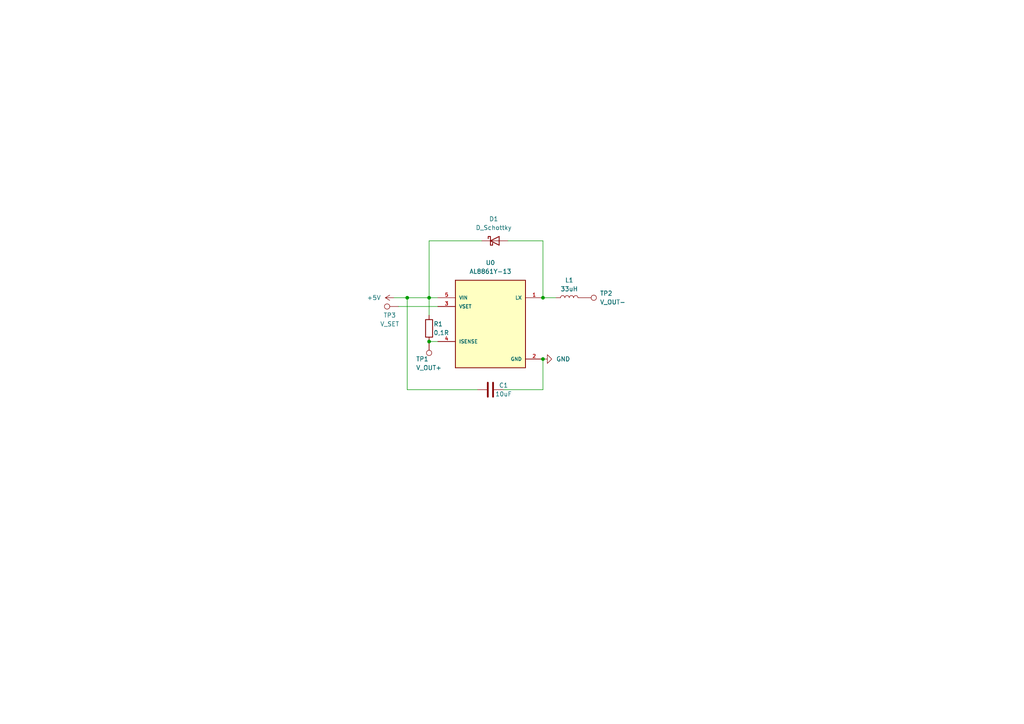
<source format=kicad_sch>
(kicad_sch (version 20211123) (generator eeschema)

  (uuid 760825cf-b609-4400-94e4-14e906fa05e0)

  (paper "A4")

  (lib_symbols
    (symbol "AL8861Y-13:AL8861Y-13" (pin_names (offset 1.016)) (in_bom yes) (on_board yes)
      (property "Reference" "U" (id 0) (at -10.16 12.7 0)
        (effects (font (size 1.27 1.27)) (justify left bottom))
      )
      (property "Value" "AL8861Y-13" (id 1) (at -10.16 -15.24 0)
        (effects (font (size 1.27 1.27)) (justify left bottom))
      )
      (property "Footprint" "CONV_AL8861Y-13" (id 2) (at 0 0 0)
        (effects (font (size 1.27 1.27)) (justify left bottom) hide)
      )
      (property "Datasheet" "" (id 3) (at 0 0 0)
        (effects (font (size 1.27 1.27)) (justify left bottom) hide)
      )
      (property "STANDARD" "Manufacturer Recommendations" (id 4) (at 0 0 0)
        (effects (font (size 1.27 1.27)) (justify left bottom) hide)
      )
      (property "PARTREV" "3-2" (id 5) (at 0 0 0)
        (effects (font (size 1.27 1.27)) (justify left bottom) hide)
      )
      (property "MANUFACTURER" "DIODES INCORPORATED" (id 6) (at 0 0 0)
        (effects (font (size 1.27 1.27)) (justify left bottom) hide)
      )
      (property "ki_locked" "" (id 7) (at 0 0 0)
        (effects (font (size 1.27 1.27)))
      )
      (symbol "AL8861Y-13_0_0"
        (rectangle (start -10.16 -12.7) (end 10.16 12.7)
          (stroke (width 0.254) (type default) (color 0 0 0 0))
          (fill (type background))
        )
        (pin output line (at 15.24 7.62 180) (length 5.08)
          (name "LX" (effects (font (size 1.016 1.016))))
          (number "1" (effects (font (size 1.016 1.016))))
        )
        (pin power_in line (at 15.24 -10.16 180) (length 5.08)
          (name "GND" (effects (font (size 1.016 1.016))))
          (number "2" (effects (font (size 1.016 1.016))))
        )
        (pin input line (at -15.24 5.08 0) (length 5.08)
          (name "VSET" (effects (font (size 1.016 1.016))))
          (number "3" (effects (font (size 1.016 1.016))))
        )
        (pin passive line (at -15.24 -5.08 0) (length 5.08)
          (name "ISENSE" (effects (font (size 1.016 1.016))))
          (number "4" (effects (font (size 1.016 1.016))))
        )
        (pin input line (at -15.24 7.62 0) (length 5.08)
          (name "VIN" (effects (font (size 1.016 1.016))))
          (number "5" (effects (font (size 1.016 1.016))))
        )
      )
    )
    (symbol "Connector:TestPoint" (pin_numbers hide) (pin_names (offset 0.762) hide) (in_bom yes) (on_board yes)
      (property "Reference" "TP" (id 0) (at 0 6.858 0)
        (effects (font (size 1.27 1.27)))
      )
      (property "Value" "TestPoint" (id 1) (at 0 5.08 0)
        (effects (font (size 1.27 1.27)))
      )
      (property "Footprint" "" (id 2) (at 5.08 0 0)
        (effects (font (size 1.27 1.27)) hide)
      )
      (property "Datasheet" "~" (id 3) (at 5.08 0 0)
        (effects (font (size 1.27 1.27)) hide)
      )
      (property "ki_keywords" "test point tp" (id 4) (at 0 0 0)
        (effects (font (size 1.27 1.27)) hide)
      )
      (property "ki_description" "test point" (id 5) (at 0 0 0)
        (effects (font (size 1.27 1.27)) hide)
      )
      (property "ki_fp_filters" "Pin* Test*" (id 6) (at 0 0 0)
        (effects (font (size 1.27 1.27)) hide)
      )
      (symbol "TestPoint_0_1"
        (circle (center 0 3.302) (radius 0.762)
          (stroke (width 0) (type default) (color 0 0 0 0))
          (fill (type none))
        )
      )
      (symbol "TestPoint_1_1"
        (pin passive line (at 0 0 90) (length 2.54)
          (name "1" (effects (font (size 1.27 1.27))))
          (number "1" (effects (font (size 1.27 1.27))))
        )
      )
    )
    (symbol "Device:C" (pin_numbers hide) (pin_names (offset 0.254)) (in_bom yes) (on_board yes)
      (property "Reference" "C" (id 0) (at 0.635 2.54 0)
        (effects (font (size 1.27 1.27)) (justify left))
      )
      (property "Value" "C" (id 1) (at 0.635 -2.54 0)
        (effects (font (size 1.27 1.27)) (justify left))
      )
      (property "Footprint" "" (id 2) (at 0.9652 -3.81 0)
        (effects (font (size 1.27 1.27)) hide)
      )
      (property "Datasheet" "~" (id 3) (at 0 0 0)
        (effects (font (size 1.27 1.27)) hide)
      )
      (property "ki_keywords" "cap capacitor" (id 4) (at 0 0 0)
        (effects (font (size 1.27 1.27)) hide)
      )
      (property "ki_description" "Unpolarized capacitor" (id 5) (at 0 0 0)
        (effects (font (size 1.27 1.27)) hide)
      )
      (property "ki_fp_filters" "C_*" (id 6) (at 0 0 0)
        (effects (font (size 1.27 1.27)) hide)
      )
      (symbol "C_0_1"
        (polyline
          (pts
            (xy -2.032 -0.762)
            (xy 2.032 -0.762)
          )
          (stroke (width 0.508) (type default) (color 0 0 0 0))
          (fill (type none))
        )
        (polyline
          (pts
            (xy -2.032 0.762)
            (xy 2.032 0.762)
          )
          (stroke (width 0.508) (type default) (color 0 0 0 0))
          (fill (type none))
        )
      )
      (symbol "C_1_1"
        (pin passive line (at 0 3.81 270) (length 2.794)
          (name "~" (effects (font (size 1.27 1.27))))
          (number "1" (effects (font (size 1.27 1.27))))
        )
        (pin passive line (at 0 -3.81 90) (length 2.794)
          (name "~" (effects (font (size 1.27 1.27))))
          (number "2" (effects (font (size 1.27 1.27))))
        )
      )
    )
    (symbol "Device:D_Schottky" (pin_numbers hide) (pin_names (offset 1.016) hide) (in_bom yes) (on_board yes)
      (property "Reference" "D" (id 0) (at 0 2.54 0)
        (effects (font (size 1.27 1.27)))
      )
      (property "Value" "D_Schottky" (id 1) (at 0 -2.54 0)
        (effects (font (size 1.27 1.27)))
      )
      (property "Footprint" "" (id 2) (at 0 0 0)
        (effects (font (size 1.27 1.27)) hide)
      )
      (property "Datasheet" "~" (id 3) (at 0 0 0)
        (effects (font (size 1.27 1.27)) hide)
      )
      (property "ki_keywords" "diode Schottky" (id 4) (at 0 0 0)
        (effects (font (size 1.27 1.27)) hide)
      )
      (property "ki_description" "Schottky diode" (id 5) (at 0 0 0)
        (effects (font (size 1.27 1.27)) hide)
      )
      (property "ki_fp_filters" "TO-???* *_Diode_* *SingleDiode* D_*" (id 6) (at 0 0 0)
        (effects (font (size 1.27 1.27)) hide)
      )
      (symbol "D_Schottky_0_1"
        (polyline
          (pts
            (xy 1.27 0)
            (xy -1.27 0)
          )
          (stroke (width 0) (type default) (color 0 0 0 0))
          (fill (type none))
        )
        (polyline
          (pts
            (xy 1.27 1.27)
            (xy 1.27 -1.27)
            (xy -1.27 0)
            (xy 1.27 1.27)
          )
          (stroke (width 0.254) (type default) (color 0 0 0 0))
          (fill (type none))
        )
        (polyline
          (pts
            (xy -1.905 0.635)
            (xy -1.905 1.27)
            (xy -1.27 1.27)
            (xy -1.27 -1.27)
            (xy -0.635 -1.27)
            (xy -0.635 -0.635)
          )
          (stroke (width 0.254) (type default) (color 0 0 0 0))
          (fill (type none))
        )
      )
      (symbol "D_Schottky_1_1"
        (pin passive line (at -3.81 0 0) (length 2.54)
          (name "K" (effects (font (size 1.27 1.27))))
          (number "1" (effects (font (size 1.27 1.27))))
        )
        (pin passive line (at 3.81 0 180) (length 2.54)
          (name "A" (effects (font (size 1.27 1.27))))
          (number "2" (effects (font (size 1.27 1.27))))
        )
      )
    )
    (symbol "Device:L" (pin_numbers hide) (pin_names (offset 1.016) hide) (in_bom yes) (on_board yes)
      (property "Reference" "L" (id 0) (at -1.27 0 90)
        (effects (font (size 1.27 1.27)))
      )
      (property "Value" "L" (id 1) (at 1.905 0 90)
        (effects (font (size 1.27 1.27)))
      )
      (property "Footprint" "" (id 2) (at 0 0 0)
        (effects (font (size 1.27 1.27)) hide)
      )
      (property "Datasheet" "~" (id 3) (at 0 0 0)
        (effects (font (size 1.27 1.27)) hide)
      )
      (property "ki_keywords" "inductor choke coil reactor magnetic" (id 4) (at 0 0 0)
        (effects (font (size 1.27 1.27)) hide)
      )
      (property "ki_description" "Inductor" (id 5) (at 0 0 0)
        (effects (font (size 1.27 1.27)) hide)
      )
      (property "ki_fp_filters" "Choke_* *Coil* Inductor_* L_*" (id 6) (at 0 0 0)
        (effects (font (size 1.27 1.27)) hide)
      )
      (symbol "L_0_1"
        (arc (start 0 -2.54) (mid 0.635 -1.905) (end 0 -1.27)
          (stroke (width 0) (type default) (color 0 0 0 0))
          (fill (type none))
        )
        (arc (start 0 -1.27) (mid 0.635 -0.635) (end 0 0)
          (stroke (width 0) (type default) (color 0 0 0 0))
          (fill (type none))
        )
        (arc (start 0 0) (mid 0.635 0.635) (end 0 1.27)
          (stroke (width 0) (type default) (color 0 0 0 0))
          (fill (type none))
        )
        (arc (start 0 1.27) (mid 0.635 1.905) (end 0 2.54)
          (stroke (width 0) (type default) (color 0 0 0 0))
          (fill (type none))
        )
      )
      (symbol "L_1_1"
        (pin passive line (at 0 3.81 270) (length 1.27)
          (name "1" (effects (font (size 1.27 1.27))))
          (number "1" (effects (font (size 1.27 1.27))))
        )
        (pin passive line (at 0 -3.81 90) (length 1.27)
          (name "2" (effects (font (size 1.27 1.27))))
          (number "2" (effects (font (size 1.27 1.27))))
        )
      )
    )
    (symbol "Device:R" (pin_numbers hide) (pin_names (offset 0)) (in_bom yes) (on_board yes)
      (property "Reference" "R" (id 0) (at 2.032 0 90)
        (effects (font (size 1.27 1.27)))
      )
      (property "Value" "R" (id 1) (at 0 0 90)
        (effects (font (size 1.27 1.27)))
      )
      (property "Footprint" "" (id 2) (at -1.778 0 90)
        (effects (font (size 1.27 1.27)) hide)
      )
      (property "Datasheet" "~" (id 3) (at 0 0 0)
        (effects (font (size 1.27 1.27)) hide)
      )
      (property "ki_keywords" "R res resistor" (id 4) (at 0 0 0)
        (effects (font (size 1.27 1.27)) hide)
      )
      (property "ki_description" "Resistor" (id 5) (at 0 0 0)
        (effects (font (size 1.27 1.27)) hide)
      )
      (property "ki_fp_filters" "R_*" (id 6) (at 0 0 0)
        (effects (font (size 1.27 1.27)) hide)
      )
      (symbol "R_0_1"
        (rectangle (start -1.016 -2.54) (end 1.016 2.54)
          (stroke (width 0.254) (type default) (color 0 0 0 0))
          (fill (type none))
        )
      )
      (symbol "R_1_1"
        (pin passive line (at 0 3.81 270) (length 1.27)
          (name "~" (effects (font (size 1.27 1.27))))
          (number "1" (effects (font (size 1.27 1.27))))
        )
        (pin passive line (at 0 -3.81 90) (length 1.27)
          (name "~" (effects (font (size 1.27 1.27))))
          (number "2" (effects (font (size 1.27 1.27))))
        )
      )
    )
    (symbol "power:+5V" (power) (pin_names (offset 0)) (in_bom yes) (on_board yes)
      (property "Reference" "#PWR" (id 0) (at 0 -3.81 0)
        (effects (font (size 1.27 1.27)) hide)
      )
      (property "Value" "+5V" (id 1) (at 0 3.556 0)
        (effects (font (size 1.27 1.27)))
      )
      (property "Footprint" "" (id 2) (at 0 0 0)
        (effects (font (size 1.27 1.27)) hide)
      )
      (property "Datasheet" "" (id 3) (at 0 0 0)
        (effects (font (size 1.27 1.27)) hide)
      )
      (property "ki_keywords" "power-flag" (id 4) (at 0 0 0)
        (effects (font (size 1.27 1.27)) hide)
      )
      (property "ki_description" "Power symbol creates a global label with name \"+5V\"" (id 5) (at 0 0 0)
        (effects (font (size 1.27 1.27)) hide)
      )
      (symbol "+5V_0_1"
        (polyline
          (pts
            (xy -0.762 1.27)
            (xy 0 2.54)
          )
          (stroke (width 0) (type default) (color 0 0 0 0))
          (fill (type none))
        )
        (polyline
          (pts
            (xy 0 0)
            (xy 0 2.54)
          )
          (stroke (width 0) (type default) (color 0 0 0 0))
          (fill (type none))
        )
        (polyline
          (pts
            (xy 0 2.54)
            (xy 0.762 1.27)
          )
          (stroke (width 0) (type default) (color 0 0 0 0))
          (fill (type none))
        )
      )
      (symbol "+5V_1_1"
        (pin power_in line (at 0 0 90) (length 0) hide
          (name "+5V" (effects (font (size 1.27 1.27))))
          (number "1" (effects (font (size 1.27 1.27))))
        )
      )
    )
    (symbol "power:GND" (power) (pin_names (offset 0)) (in_bom yes) (on_board yes)
      (property "Reference" "#PWR" (id 0) (at 0 -6.35 0)
        (effects (font (size 1.27 1.27)) hide)
      )
      (property "Value" "GND" (id 1) (at 0 -3.81 0)
        (effects (font (size 1.27 1.27)))
      )
      (property "Footprint" "" (id 2) (at 0 0 0)
        (effects (font (size 1.27 1.27)) hide)
      )
      (property "Datasheet" "" (id 3) (at 0 0 0)
        (effects (font (size 1.27 1.27)) hide)
      )
      (property "ki_keywords" "power-flag" (id 4) (at 0 0 0)
        (effects (font (size 1.27 1.27)) hide)
      )
      (property "ki_description" "Power symbol creates a global label with name \"GND\" , ground" (id 5) (at 0 0 0)
        (effects (font (size 1.27 1.27)) hide)
      )
      (symbol "GND_0_1"
        (polyline
          (pts
            (xy 0 0)
            (xy 0 -1.27)
            (xy 1.27 -1.27)
            (xy 0 -2.54)
            (xy -1.27 -1.27)
            (xy 0 -1.27)
          )
          (stroke (width 0) (type default) (color 0 0 0 0))
          (fill (type none))
        )
      )
      (symbol "GND_1_1"
        (pin power_in line (at 0 0 270) (length 0) hide
          (name "GND" (effects (font (size 1.27 1.27))))
          (number "1" (effects (font (size 1.27 1.27))))
        )
      )
    )
  )

  (junction (at 118.11 86.36) (diameter 0) (color 0 0 0 0)
    (uuid 303ae4d6-a11f-4104-9a10-0a8f06400dec)
  )
  (junction (at 124.46 86.36) (diameter 0) (color 0 0 0 0)
    (uuid 489b327b-34ff-4564-9471-39d5edec159b)
  )
  (junction (at 157.48 86.36) (diameter 0) (color 0 0 0 0)
    (uuid 4fb64921-e36b-41b5-a6cb-97f1148cdfb8)
  )
  (junction (at 124.46 99.06) (diameter 0) (color 0 0 0 0)
    (uuid 7cc4b523-c368-42a9-b490-f95b5b70b594)
  )
  (junction (at 157.48 104.14) (diameter 0) (color 0 0 0 0)
    (uuid ab29c88f-3d37-426f-8f07-8a1d0b428889)
  )

  (wire (pts (xy 124.46 69.85) (xy 124.46 86.36))
    (stroke (width 0) (type default) (color 0 0 0 0))
    (uuid 21a9a5eb-7e0d-4576-94d2-1d1f2a0b122a)
  )
  (wire (pts (xy 138.43 113.03) (xy 118.11 113.03))
    (stroke (width 0) (type default) (color 0 0 0 0))
    (uuid 24ab84cc-cf47-4fb3-a2bd-02a16ba45377)
  )
  (wire (pts (xy 115.57 88.9) (xy 127 88.9))
    (stroke (width 0) (type default) (color 0 0 0 0))
    (uuid 265acbef-16be-44c1-8d86-91a24aec170f)
  )
  (wire (pts (xy 124.46 99.06) (xy 127 99.06))
    (stroke (width 0) (type default) (color 0 0 0 0))
    (uuid 29817d99-b275-401f-bc8c-1ef2e3d1fa92)
  )
  (wire (pts (xy 118.11 113.03) (xy 118.11 86.36))
    (stroke (width 0) (type default) (color 0 0 0 0))
    (uuid 2e96cd30-2d54-4166-a5b3-9e2748d19b90)
  )
  (wire (pts (xy 124.46 86.36) (xy 127 86.36))
    (stroke (width 0) (type default) (color 0 0 0 0))
    (uuid 3d6b13ed-d594-467c-920e-eed4102eb6f3)
  )
  (wire (pts (xy 161.29 86.36) (xy 157.48 86.36))
    (stroke (width 0) (type default) (color 0 0 0 0))
    (uuid 51dc8d73-97eb-4aaf-94ea-b2f16eb8a346)
  )
  (wire (pts (xy 124.46 86.36) (xy 124.46 91.44))
    (stroke (width 0) (type default) (color 0 0 0 0))
    (uuid 8a3030ad-c415-461a-b90d-1a560fb441fa)
  )
  (wire (pts (xy 139.7 69.85) (xy 124.46 69.85))
    (stroke (width 0) (type default) (color 0 0 0 0))
    (uuid 8b450470-8b47-41ec-82eb-7b7617eb6b15)
  )
  (wire (pts (xy 157.48 104.14) (xy 157.48 113.03))
    (stroke (width 0) (type default) (color 0 0 0 0))
    (uuid 9e330da2-afcc-46ad-821e-2e788fd7fede)
  )
  (wire (pts (xy 157.48 69.85) (xy 147.32 69.85))
    (stroke (width 0) (type default) (color 0 0 0 0))
    (uuid a03f2713-eca3-41ec-bf8e-41cb0fa37e20)
  )
  (wire (pts (xy 157.48 86.36) (xy 157.48 69.85))
    (stroke (width 0) (type default) (color 0 0 0 0))
    (uuid d570ba0b-eb04-4ba4-b1f1-5cc63c3c9140)
  )
  (wire (pts (xy 157.48 113.03) (xy 146.05 113.03))
    (stroke (width 0) (type default) (color 0 0 0 0))
    (uuid daa2422d-4903-4b87-80ec-9e137be66d0b)
  )
  (wire (pts (xy 118.11 86.36) (xy 124.46 86.36))
    (stroke (width 0) (type default) (color 0 0 0 0))
    (uuid db19e8ca-1145-484b-b5ee-198b609fbac8)
  )
  (wire (pts (xy 114.3 86.36) (xy 118.11 86.36))
    (stroke (width 0) (type default) (color 0 0 0 0))
    (uuid ff7cc8af-56e1-47eb-b30b-08d60c7ce942)
  )

  (symbol (lib_id "Device:R") (at 124.46 95.25 0) (unit 1)
    (in_bom yes) (on_board yes)
    (uuid 183cce2a-1129-479f-8469-bec3c6eac563)
    (property "Reference" "R1" (id 0) (at 125.73 93.98 0)
      (effects (font (size 1.27 1.27)) (justify left))
    )
    (property "Value" "0,1R" (id 1) (at 125.73 96.52 0)
      (effects (font (size 1.27 1.27)) (justify left))
    )
    (property "Footprint" "" (id 2) (at 122.682 95.25 90)
      (effects (font (size 1.27 1.27)) hide)
    )
    (property "Datasheet" "~" (id 3) (at 124.46 95.25 0)
      (effects (font (size 1.27 1.27)) hide)
    )
    (pin "1" (uuid 95eba430-8585-4b33-965a-ef1b53a44de4))
    (pin "2" (uuid 01b33b4d-2b2e-469f-9c95-04dc9819bea2))
  )

  (symbol (lib_id "power:+5V") (at 114.3 86.36 90) (unit 1)
    (in_bom yes) (on_board yes) (fields_autoplaced)
    (uuid 28220186-5bc3-45ad-a58f-e03f2919c655)
    (property "Reference" "#PWR?" (id 0) (at 118.11 86.36 0)
      (effects (font (size 1.27 1.27)) hide)
    )
    (property "Value" "+5V" (id 1) (at 110.49 86.3599 90)
      (effects (font (size 1.27 1.27)) (justify left))
    )
    (property "Footprint" "" (id 2) (at 114.3 86.36 0)
      (effects (font (size 1.27 1.27)) hide)
    )
    (property "Datasheet" "" (id 3) (at 114.3 86.36 0)
      (effects (font (size 1.27 1.27)) hide)
    )
    (pin "1" (uuid 2ae18f62-b3f5-43a2-845d-8f213bc46372))
  )

  (symbol (lib_id "AL8861Y-13:AL8861Y-13") (at 142.24 93.98 0) (unit 1)
    (in_bom yes) (on_board yes) (fields_autoplaced)
    (uuid 31ddefd3-1a8e-42d5-a5b9-a7a71a2b2753)
    (property "Reference" "U0" (id 0) (at 142.24 76.2 0))
    (property "Value" "AL8861Y-13" (id 1) (at 142.24 78.74 0))
    (property "Footprint" "CONV_AL8861Y-13" (id 2) (at 142.24 93.98 0)
      (effects (font (size 1.27 1.27)) (justify left bottom) hide)
    )
    (property "Datasheet" "" (id 3) (at 142.24 93.98 0)
      (effects (font (size 1.27 1.27)) (justify left bottom) hide)
    )
    (property "STANDARD" "Manufacturer Recommendations" (id 4) (at 142.24 93.98 0)
      (effects (font (size 1.27 1.27)) (justify left bottom) hide)
    )
    (property "PARTREV" "3-2" (id 5) (at 142.24 93.98 0)
      (effects (font (size 1.27 1.27)) (justify left bottom) hide)
    )
    (property "MANUFACTURER" "DIODES INCORPORATED" (id 6) (at 142.24 93.98 0)
      (effects (font (size 1.27 1.27)) (justify left bottom) hide)
    )
    (pin "1" (uuid 54045d76-312f-485f-b4f0-db29b2eb7eba))
    (pin "2" (uuid 92b2f5cb-3e3c-4505-8178-f5de1635b18b))
    (pin "3" (uuid 9e17ce75-e48a-460f-a45c-dd5887d24115))
    (pin "4" (uuid 961630b2-40d9-40d1-9cc8-2081bf63f78b))
    (pin "5" (uuid 8edecba0-7e3c-4972-829c-1142007b1587))
  )

  (symbol (lib_id "Device:D_Schottky") (at 143.51 69.85 0) (unit 1)
    (in_bom yes) (on_board yes) (fields_autoplaced)
    (uuid 328eda0c-0c39-406f-ae81-364bc05575c6)
    (property "Reference" "D1" (id 0) (at 143.1925 63.5 0))
    (property "Value" "D_Schottky" (id 1) (at 143.1925 66.04 0))
    (property "Footprint" "" (id 2) (at 143.51 69.85 0)
      (effects (font (size 1.27 1.27)) hide)
    )
    (property "Datasheet" "~" (id 3) (at 143.51 69.85 0)
      (effects (font (size 1.27 1.27)) hide)
    )
    (pin "1" (uuid ff387ba7-2bb2-4a22-9594-194267c25828))
    (pin "2" (uuid 2bd4702c-630d-492d-b8fa-25d63768d0b1))
  )

  (symbol (lib_id "Connector:TestPoint") (at 124.46 99.06 180) (unit 1)
    (in_bom yes) (on_board yes)
    (uuid 56e56b2d-a6bd-487a-b306-4b0b8a78ee28)
    (property "Reference" "TP1" (id 0) (at 120.65 104.14 0)
      (effects (font (size 1.27 1.27)) (justify right))
    )
    (property "Value" "V_OUT+" (id 1) (at 120.65 106.68 0)
      (effects (font (size 1.27 1.27)) (justify right))
    )
    (property "Footprint" "" (id 2) (at 119.38 99.06 0)
      (effects (font (size 1.27 1.27)) hide)
    )
    (property "Datasheet" "~" (id 3) (at 119.38 99.06 0)
      (effects (font (size 1.27 1.27)) hide)
    )
    (pin "1" (uuid 1a235566-c479-49f2-a795-7edd8e7ad09d))
  )

  (symbol (lib_id "Device:C") (at 142.24 113.03 90) (unit 1)
    (in_bom yes) (on_board yes)
    (uuid 5b9a48c8-1a96-4184-a2d2-3a0af79d5562)
    (property "Reference" "C1" (id 0) (at 146.05 111.76 90))
    (property "Value" "10uF" (id 1) (at 146.05 114.3 90))
    (property "Footprint" "" (id 2) (at 146.05 112.0648 0)
      (effects (font (size 1.27 1.27)) hide)
    )
    (property "Datasheet" "~" (id 3) (at 142.24 113.03 0)
      (effects (font (size 1.27 1.27)) hide)
    )
    (pin "1" (uuid 2e407516-0979-4c00-ba08-b426f1274148))
    (pin "2" (uuid 67fe74f0-75de-419b-8559-d0653f96b003))
  )

  (symbol (lib_id "Connector:TestPoint") (at 115.57 88.9 90) (unit 1)
    (in_bom yes) (on_board yes)
    (uuid 938235e4-a070-468c-ac19-8b97eae0a111)
    (property "Reference" "TP3" (id 0) (at 113.03 91.44 90))
    (property "Value" "V_SET" (id 1) (at 113.03 93.98 90))
    (property "Footprint" "" (id 2) (at 115.57 83.82 0)
      (effects (font (size 1.27 1.27)) hide)
    )
    (property "Datasheet" "~" (id 3) (at 115.57 83.82 0)
      (effects (font (size 1.27 1.27)) hide)
    )
    (pin "1" (uuid 4d78f45a-7bbd-4b5b-9256-ee0532d4cd07))
  )

  (symbol (lib_id "Connector:TestPoint") (at 168.91 86.36 270) (unit 1)
    (in_bom yes) (on_board yes) (fields_autoplaced)
    (uuid a18fc11c-58be-4a99-b860-d6a78bd16208)
    (property "Reference" "TP2" (id 0) (at 173.99 85.0899 90)
      (effects (font (size 1.27 1.27)) (justify left))
    )
    (property "Value" "V_OUT-" (id 1) (at 173.99 87.6299 90)
      (effects (font (size 1.27 1.27)) (justify left))
    )
    (property "Footprint" "" (id 2) (at 168.91 91.44 0)
      (effects (font (size 1.27 1.27)) hide)
    )
    (property "Datasheet" "~" (id 3) (at 168.91 91.44 0)
      (effects (font (size 1.27 1.27)) hide)
    )
    (pin "1" (uuid cf5a304c-3e9c-4f59-8d5b-eb111f431f07))
  )

  (symbol (lib_id "Device:L") (at 165.1 86.36 90) (unit 1)
    (in_bom yes) (on_board yes)
    (uuid f0ec5b42-111f-415d-abe4-4d5d0f2343ce)
    (property "Reference" "L1" (id 0) (at 165.1 81.28 90))
    (property "Value" "33uH" (id 1) (at 165.1 83.82 90))
    (property "Footprint" "" (id 2) (at 165.1 86.36 0)
      (effects (font (size 1.27 1.27)) hide)
    )
    (property "Datasheet" "~" (id 3) (at 165.1 86.36 0)
      (effects (font (size 1.27 1.27)) hide)
    )
    (pin "1" (uuid ed17aab5-d031-491c-b426-0939f5087fc5))
    (pin "2" (uuid bb5f36e7-70ce-4302-a168-4f5b053eb1ef))
  )

  (symbol (lib_id "power:GND") (at 157.48 104.14 90) (unit 1)
    (in_bom yes) (on_board yes) (fields_autoplaced)
    (uuid f78792a7-4a54-491a-bb3f-1932ac3d0ec0)
    (property "Reference" "#PWR?" (id 0) (at 163.83 104.14 0)
      (effects (font (size 1.27 1.27)) hide)
    )
    (property "Value" "GND" (id 1) (at 161.29 104.1399 90)
      (effects (font (size 1.27 1.27)) (justify right))
    )
    (property "Footprint" "" (id 2) (at 157.48 104.14 0)
      (effects (font (size 1.27 1.27)) hide)
    )
    (property "Datasheet" "" (id 3) (at 157.48 104.14 0)
      (effects (font (size 1.27 1.27)) hide)
    )
    (pin "1" (uuid eb590a5d-efc0-4c69-a226-23fc5cf99427))
  )

  (sheet_instances
    (path "/" (page "1"))
  )

  (symbol_instances
    (path "/28220186-5bc3-45ad-a58f-e03f2919c655"
      (reference "#PWR?") (unit 1) (value "+5V") (footprint "")
    )
    (path "/f78792a7-4a54-491a-bb3f-1932ac3d0ec0"
      (reference "#PWR?") (unit 1) (value "GND") (footprint "")
    )
    (path "/5b9a48c8-1a96-4184-a2d2-3a0af79d5562"
      (reference "C1") (unit 1) (value "10uF") (footprint "")
    )
    (path "/328eda0c-0c39-406f-ae81-364bc05575c6"
      (reference "D1") (unit 1) (value "D_Schottky") (footprint "")
    )
    (path "/f0ec5b42-111f-415d-abe4-4d5d0f2343ce"
      (reference "L1") (unit 1) (value "33uH") (footprint "")
    )
    (path "/183cce2a-1129-479f-8469-bec3c6eac563"
      (reference "R1") (unit 1) (value "0,1R") (footprint "")
    )
    (path "/56e56b2d-a6bd-487a-b306-4b0b8a78ee28"
      (reference "TP1") (unit 1) (value "V_OUT+") (footprint "")
    )
    (path "/a18fc11c-58be-4a99-b860-d6a78bd16208"
      (reference "TP2") (unit 1) (value "V_OUT-") (footprint "")
    )
    (path "/938235e4-a070-468c-ac19-8b97eae0a111"
      (reference "TP3") (unit 1) (value "V_SET") (footprint "")
    )
    (path "/31ddefd3-1a8e-42d5-a5b9-a7a71a2b2753"
      (reference "U0") (unit 1) (value "AL8861Y-13") (footprint "CONV_AL8861Y-13")
    )
  )
)

</source>
